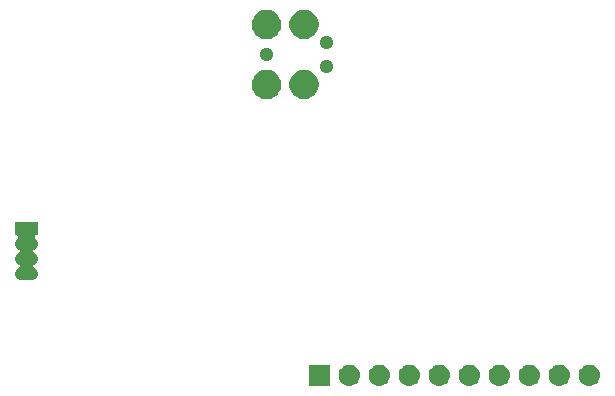
<source format=gbs>
G04 #@! TF.GenerationSoftware,KiCad,Pcbnew,(5.0.2)-1*
G04 #@! TF.CreationDate,2019-02-28T20:38:06-05:00*
G04 #@! TF.ProjectId,CEC01,43454330-312e-46b6-9963-61645f706362,v0.1*
G04 #@! TF.SameCoordinates,Original*
G04 #@! TF.FileFunction,Soldermask,Bot*
G04 #@! TF.FilePolarity,Negative*
%FSLAX46Y46*%
G04 Gerber Fmt 4.6, Leading zero omitted, Abs format (unit mm)*
G04 Created by KiCad (PCBNEW (5.0.2)-1) date 2/28/2019 8:38:06 PM*
%MOMM*%
%LPD*%
G01*
G04 APERTURE LIST*
%ADD10C,0.100000*%
G04 APERTURE END LIST*
D10*
G36*
X135384443Y-82153619D02*
X135450627Y-82160137D01*
X135563853Y-82194484D01*
X135620467Y-82211657D01*
X135759087Y-82285752D01*
X135776991Y-82295322D01*
X135812729Y-82324652D01*
X135914186Y-82407914D01*
X135997448Y-82509371D01*
X136026778Y-82545109D01*
X136026779Y-82545111D01*
X136110443Y-82701633D01*
X136110443Y-82701634D01*
X136161963Y-82871473D01*
X136179359Y-83048100D01*
X136161963Y-83224727D01*
X136127616Y-83337953D01*
X136110443Y-83394567D01*
X136036348Y-83533187D01*
X136026778Y-83551091D01*
X135997448Y-83586829D01*
X135914186Y-83688286D01*
X135812729Y-83771548D01*
X135776991Y-83800878D01*
X135776989Y-83800879D01*
X135620467Y-83884543D01*
X135563853Y-83901716D01*
X135450627Y-83936063D01*
X135384442Y-83942582D01*
X135318260Y-83949100D01*
X135229740Y-83949100D01*
X135163558Y-83942582D01*
X135097373Y-83936063D01*
X134984147Y-83901716D01*
X134927533Y-83884543D01*
X134771011Y-83800879D01*
X134771009Y-83800878D01*
X134735271Y-83771548D01*
X134633814Y-83688286D01*
X134550552Y-83586829D01*
X134521222Y-83551091D01*
X134511652Y-83533187D01*
X134437557Y-83394567D01*
X134420384Y-83337953D01*
X134386037Y-83224727D01*
X134368641Y-83048100D01*
X134386037Y-82871473D01*
X134437557Y-82701634D01*
X134437557Y-82701633D01*
X134521221Y-82545111D01*
X134521222Y-82545109D01*
X134550552Y-82509371D01*
X134633814Y-82407914D01*
X134735271Y-82324652D01*
X134771009Y-82295322D01*
X134788913Y-82285752D01*
X134927533Y-82211657D01*
X134984147Y-82194484D01*
X135097373Y-82160137D01*
X135163557Y-82153619D01*
X135229740Y-82147100D01*
X135318260Y-82147100D01*
X135384443Y-82153619D01*
X135384443Y-82153619D01*
G37*
G36*
X150624443Y-82153619D02*
X150690627Y-82160137D01*
X150803853Y-82194484D01*
X150860467Y-82211657D01*
X150999087Y-82285752D01*
X151016991Y-82295322D01*
X151052729Y-82324652D01*
X151154186Y-82407914D01*
X151237448Y-82509371D01*
X151266778Y-82545109D01*
X151266779Y-82545111D01*
X151350443Y-82701633D01*
X151350443Y-82701634D01*
X151401963Y-82871473D01*
X151419359Y-83048100D01*
X151401963Y-83224727D01*
X151367616Y-83337953D01*
X151350443Y-83394567D01*
X151276348Y-83533187D01*
X151266778Y-83551091D01*
X151237448Y-83586829D01*
X151154186Y-83688286D01*
X151052729Y-83771548D01*
X151016991Y-83800878D01*
X151016989Y-83800879D01*
X150860467Y-83884543D01*
X150803853Y-83901716D01*
X150690627Y-83936063D01*
X150624442Y-83942582D01*
X150558260Y-83949100D01*
X150469740Y-83949100D01*
X150403558Y-83942582D01*
X150337373Y-83936063D01*
X150224147Y-83901716D01*
X150167533Y-83884543D01*
X150011011Y-83800879D01*
X150011009Y-83800878D01*
X149975271Y-83771548D01*
X149873814Y-83688286D01*
X149790552Y-83586829D01*
X149761222Y-83551091D01*
X149751652Y-83533187D01*
X149677557Y-83394567D01*
X149660384Y-83337953D01*
X149626037Y-83224727D01*
X149608641Y-83048100D01*
X149626037Y-82871473D01*
X149677557Y-82701634D01*
X149677557Y-82701633D01*
X149761221Y-82545111D01*
X149761222Y-82545109D01*
X149790552Y-82509371D01*
X149873814Y-82407914D01*
X149975271Y-82324652D01*
X150011009Y-82295322D01*
X150028913Y-82285752D01*
X150167533Y-82211657D01*
X150224147Y-82194484D01*
X150337373Y-82160137D01*
X150403557Y-82153619D01*
X150469740Y-82147100D01*
X150558260Y-82147100D01*
X150624443Y-82153619D01*
X150624443Y-82153619D01*
G37*
G36*
X148084443Y-82153619D02*
X148150627Y-82160137D01*
X148263853Y-82194484D01*
X148320467Y-82211657D01*
X148459087Y-82285752D01*
X148476991Y-82295322D01*
X148512729Y-82324652D01*
X148614186Y-82407914D01*
X148697448Y-82509371D01*
X148726778Y-82545109D01*
X148726779Y-82545111D01*
X148810443Y-82701633D01*
X148810443Y-82701634D01*
X148861963Y-82871473D01*
X148879359Y-83048100D01*
X148861963Y-83224727D01*
X148827616Y-83337953D01*
X148810443Y-83394567D01*
X148736348Y-83533187D01*
X148726778Y-83551091D01*
X148697448Y-83586829D01*
X148614186Y-83688286D01*
X148512729Y-83771548D01*
X148476991Y-83800878D01*
X148476989Y-83800879D01*
X148320467Y-83884543D01*
X148263853Y-83901716D01*
X148150627Y-83936063D01*
X148084442Y-83942582D01*
X148018260Y-83949100D01*
X147929740Y-83949100D01*
X147863558Y-83942582D01*
X147797373Y-83936063D01*
X147684147Y-83901716D01*
X147627533Y-83884543D01*
X147471011Y-83800879D01*
X147471009Y-83800878D01*
X147435271Y-83771548D01*
X147333814Y-83688286D01*
X147250552Y-83586829D01*
X147221222Y-83551091D01*
X147211652Y-83533187D01*
X147137557Y-83394567D01*
X147120384Y-83337953D01*
X147086037Y-83224727D01*
X147068641Y-83048100D01*
X147086037Y-82871473D01*
X147137557Y-82701634D01*
X147137557Y-82701633D01*
X147221221Y-82545111D01*
X147221222Y-82545109D01*
X147250552Y-82509371D01*
X147333814Y-82407914D01*
X147435271Y-82324652D01*
X147471009Y-82295322D01*
X147488913Y-82285752D01*
X147627533Y-82211657D01*
X147684147Y-82194484D01*
X147797373Y-82160137D01*
X147863557Y-82153619D01*
X147929740Y-82147100D01*
X148018260Y-82147100D01*
X148084443Y-82153619D01*
X148084443Y-82153619D01*
G37*
G36*
X145544443Y-82153619D02*
X145610627Y-82160137D01*
X145723853Y-82194484D01*
X145780467Y-82211657D01*
X145919087Y-82285752D01*
X145936991Y-82295322D01*
X145972729Y-82324652D01*
X146074186Y-82407914D01*
X146157448Y-82509371D01*
X146186778Y-82545109D01*
X146186779Y-82545111D01*
X146270443Y-82701633D01*
X146270443Y-82701634D01*
X146321963Y-82871473D01*
X146339359Y-83048100D01*
X146321963Y-83224727D01*
X146287616Y-83337953D01*
X146270443Y-83394567D01*
X146196348Y-83533187D01*
X146186778Y-83551091D01*
X146157448Y-83586829D01*
X146074186Y-83688286D01*
X145972729Y-83771548D01*
X145936991Y-83800878D01*
X145936989Y-83800879D01*
X145780467Y-83884543D01*
X145723853Y-83901716D01*
X145610627Y-83936063D01*
X145544442Y-83942582D01*
X145478260Y-83949100D01*
X145389740Y-83949100D01*
X145323558Y-83942582D01*
X145257373Y-83936063D01*
X145144147Y-83901716D01*
X145087533Y-83884543D01*
X144931011Y-83800879D01*
X144931009Y-83800878D01*
X144895271Y-83771548D01*
X144793814Y-83688286D01*
X144710552Y-83586829D01*
X144681222Y-83551091D01*
X144671652Y-83533187D01*
X144597557Y-83394567D01*
X144580384Y-83337953D01*
X144546037Y-83224727D01*
X144528641Y-83048100D01*
X144546037Y-82871473D01*
X144597557Y-82701634D01*
X144597557Y-82701633D01*
X144681221Y-82545111D01*
X144681222Y-82545109D01*
X144710552Y-82509371D01*
X144793814Y-82407914D01*
X144895271Y-82324652D01*
X144931009Y-82295322D01*
X144948913Y-82285752D01*
X145087533Y-82211657D01*
X145144147Y-82194484D01*
X145257373Y-82160137D01*
X145323557Y-82153619D01*
X145389740Y-82147100D01*
X145478260Y-82147100D01*
X145544443Y-82153619D01*
X145544443Y-82153619D01*
G37*
G36*
X143004443Y-82153619D02*
X143070627Y-82160137D01*
X143183853Y-82194484D01*
X143240467Y-82211657D01*
X143379087Y-82285752D01*
X143396991Y-82295322D01*
X143432729Y-82324652D01*
X143534186Y-82407914D01*
X143617448Y-82509371D01*
X143646778Y-82545109D01*
X143646779Y-82545111D01*
X143730443Y-82701633D01*
X143730443Y-82701634D01*
X143781963Y-82871473D01*
X143799359Y-83048100D01*
X143781963Y-83224727D01*
X143747616Y-83337953D01*
X143730443Y-83394567D01*
X143656348Y-83533187D01*
X143646778Y-83551091D01*
X143617448Y-83586829D01*
X143534186Y-83688286D01*
X143432729Y-83771548D01*
X143396991Y-83800878D01*
X143396989Y-83800879D01*
X143240467Y-83884543D01*
X143183853Y-83901716D01*
X143070627Y-83936063D01*
X143004442Y-83942582D01*
X142938260Y-83949100D01*
X142849740Y-83949100D01*
X142783558Y-83942582D01*
X142717373Y-83936063D01*
X142604147Y-83901716D01*
X142547533Y-83884543D01*
X142391011Y-83800879D01*
X142391009Y-83800878D01*
X142355271Y-83771548D01*
X142253814Y-83688286D01*
X142170552Y-83586829D01*
X142141222Y-83551091D01*
X142131652Y-83533187D01*
X142057557Y-83394567D01*
X142040384Y-83337953D01*
X142006037Y-83224727D01*
X141988641Y-83048100D01*
X142006037Y-82871473D01*
X142057557Y-82701634D01*
X142057557Y-82701633D01*
X142141221Y-82545111D01*
X142141222Y-82545109D01*
X142170552Y-82509371D01*
X142253814Y-82407914D01*
X142355271Y-82324652D01*
X142391009Y-82295322D01*
X142408913Y-82285752D01*
X142547533Y-82211657D01*
X142604147Y-82194484D01*
X142717373Y-82160137D01*
X142783557Y-82153619D01*
X142849740Y-82147100D01*
X142938260Y-82147100D01*
X143004443Y-82153619D01*
X143004443Y-82153619D01*
G37*
G36*
X140464443Y-82153619D02*
X140530627Y-82160137D01*
X140643853Y-82194484D01*
X140700467Y-82211657D01*
X140839087Y-82285752D01*
X140856991Y-82295322D01*
X140892729Y-82324652D01*
X140994186Y-82407914D01*
X141077448Y-82509371D01*
X141106778Y-82545109D01*
X141106779Y-82545111D01*
X141190443Y-82701633D01*
X141190443Y-82701634D01*
X141241963Y-82871473D01*
X141259359Y-83048100D01*
X141241963Y-83224727D01*
X141207616Y-83337953D01*
X141190443Y-83394567D01*
X141116348Y-83533187D01*
X141106778Y-83551091D01*
X141077448Y-83586829D01*
X140994186Y-83688286D01*
X140892729Y-83771548D01*
X140856991Y-83800878D01*
X140856989Y-83800879D01*
X140700467Y-83884543D01*
X140643853Y-83901716D01*
X140530627Y-83936063D01*
X140464442Y-83942582D01*
X140398260Y-83949100D01*
X140309740Y-83949100D01*
X140243558Y-83942582D01*
X140177373Y-83936063D01*
X140064147Y-83901716D01*
X140007533Y-83884543D01*
X139851011Y-83800879D01*
X139851009Y-83800878D01*
X139815271Y-83771548D01*
X139713814Y-83688286D01*
X139630552Y-83586829D01*
X139601222Y-83551091D01*
X139591652Y-83533187D01*
X139517557Y-83394567D01*
X139500384Y-83337953D01*
X139466037Y-83224727D01*
X139448641Y-83048100D01*
X139466037Y-82871473D01*
X139517557Y-82701634D01*
X139517557Y-82701633D01*
X139601221Y-82545111D01*
X139601222Y-82545109D01*
X139630552Y-82509371D01*
X139713814Y-82407914D01*
X139815271Y-82324652D01*
X139851009Y-82295322D01*
X139868913Y-82285752D01*
X140007533Y-82211657D01*
X140064147Y-82194484D01*
X140177373Y-82160137D01*
X140243557Y-82153619D01*
X140309740Y-82147100D01*
X140398260Y-82147100D01*
X140464443Y-82153619D01*
X140464443Y-82153619D01*
G37*
G36*
X137924443Y-82153619D02*
X137990627Y-82160137D01*
X138103853Y-82194484D01*
X138160467Y-82211657D01*
X138299087Y-82285752D01*
X138316991Y-82295322D01*
X138352729Y-82324652D01*
X138454186Y-82407914D01*
X138537448Y-82509371D01*
X138566778Y-82545109D01*
X138566779Y-82545111D01*
X138650443Y-82701633D01*
X138650443Y-82701634D01*
X138701963Y-82871473D01*
X138719359Y-83048100D01*
X138701963Y-83224727D01*
X138667616Y-83337953D01*
X138650443Y-83394567D01*
X138576348Y-83533187D01*
X138566778Y-83551091D01*
X138537448Y-83586829D01*
X138454186Y-83688286D01*
X138352729Y-83771548D01*
X138316991Y-83800878D01*
X138316989Y-83800879D01*
X138160467Y-83884543D01*
X138103853Y-83901716D01*
X137990627Y-83936063D01*
X137924442Y-83942582D01*
X137858260Y-83949100D01*
X137769740Y-83949100D01*
X137703558Y-83942582D01*
X137637373Y-83936063D01*
X137524147Y-83901716D01*
X137467533Y-83884543D01*
X137311011Y-83800879D01*
X137311009Y-83800878D01*
X137275271Y-83771548D01*
X137173814Y-83688286D01*
X137090552Y-83586829D01*
X137061222Y-83551091D01*
X137051652Y-83533187D01*
X136977557Y-83394567D01*
X136960384Y-83337953D01*
X136926037Y-83224727D01*
X136908641Y-83048100D01*
X136926037Y-82871473D01*
X136977557Y-82701634D01*
X136977557Y-82701633D01*
X137061221Y-82545111D01*
X137061222Y-82545109D01*
X137090552Y-82509371D01*
X137173814Y-82407914D01*
X137275271Y-82324652D01*
X137311009Y-82295322D01*
X137328913Y-82285752D01*
X137467533Y-82211657D01*
X137524147Y-82194484D01*
X137637373Y-82160137D01*
X137703557Y-82153619D01*
X137769740Y-82147100D01*
X137858260Y-82147100D01*
X137924443Y-82153619D01*
X137924443Y-82153619D01*
G37*
G36*
X155704443Y-82153619D02*
X155770627Y-82160137D01*
X155883853Y-82194484D01*
X155940467Y-82211657D01*
X156079087Y-82285752D01*
X156096991Y-82295322D01*
X156132729Y-82324652D01*
X156234186Y-82407914D01*
X156317448Y-82509371D01*
X156346778Y-82545109D01*
X156346779Y-82545111D01*
X156430443Y-82701633D01*
X156430443Y-82701634D01*
X156481963Y-82871473D01*
X156499359Y-83048100D01*
X156481963Y-83224727D01*
X156447616Y-83337953D01*
X156430443Y-83394567D01*
X156356348Y-83533187D01*
X156346778Y-83551091D01*
X156317448Y-83586829D01*
X156234186Y-83688286D01*
X156132729Y-83771548D01*
X156096991Y-83800878D01*
X156096989Y-83800879D01*
X155940467Y-83884543D01*
X155883853Y-83901716D01*
X155770627Y-83936063D01*
X155704442Y-83942582D01*
X155638260Y-83949100D01*
X155549740Y-83949100D01*
X155483558Y-83942582D01*
X155417373Y-83936063D01*
X155304147Y-83901716D01*
X155247533Y-83884543D01*
X155091011Y-83800879D01*
X155091009Y-83800878D01*
X155055271Y-83771548D01*
X154953814Y-83688286D01*
X154870552Y-83586829D01*
X154841222Y-83551091D01*
X154831652Y-83533187D01*
X154757557Y-83394567D01*
X154740384Y-83337953D01*
X154706037Y-83224727D01*
X154688641Y-83048100D01*
X154706037Y-82871473D01*
X154757557Y-82701634D01*
X154757557Y-82701633D01*
X154841221Y-82545111D01*
X154841222Y-82545109D01*
X154870552Y-82509371D01*
X154953814Y-82407914D01*
X155055271Y-82324652D01*
X155091009Y-82295322D01*
X155108913Y-82285752D01*
X155247533Y-82211657D01*
X155304147Y-82194484D01*
X155417373Y-82160137D01*
X155483557Y-82153619D01*
X155549740Y-82147100D01*
X155638260Y-82147100D01*
X155704443Y-82153619D01*
X155704443Y-82153619D01*
G37*
G36*
X133635000Y-83949100D02*
X131833000Y-83949100D01*
X131833000Y-82147100D01*
X133635000Y-82147100D01*
X133635000Y-83949100D01*
X133635000Y-83949100D01*
G37*
G36*
X153164443Y-82153619D02*
X153230627Y-82160137D01*
X153343853Y-82194484D01*
X153400467Y-82211657D01*
X153539087Y-82285752D01*
X153556991Y-82295322D01*
X153592729Y-82324652D01*
X153694186Y-82407914D01*
X153777448Y-82509371D01*
X153806778Y-82545109D01*
X153806779Y-82545111D01*
X153890443Y-82701633D01*
X153890443Y-82701634D01*
X153941963Y-82871473D01*
X153959359Y-83048100D01*
X153941963Y-83224727D01*
X153907616Y-83337953D01*
X153890443Y-83394567D01*
X153816348Y-83533187D01*
X153806778Y-83551091D01*
X153777448Y-83586829D01*
X153694186Y-83688286D01*
X153592729Y-83771548D01*
X153556991Y-83800878D01*
X153556989Y-83800879D01*
X153400467Y-83884543D01*
X153343853Y-83901716D01*
X153230627Y-83936063D01*
X153164442Y-83942582D01*
X153098260Y-83949100D01*
X153009740Y-83949100D01*
X152943558Y-83942582D01*
X152877373Y-83936063D01*
X152764147Y-83901716D01*
X152707533Y-83884543D01*
X152551011Y-83800879D01*
X152551009Y-83800878D01*
X152515271Y-83771548D01*
X152413814Y-83688286D01*
X152330552Y-83586829D01*
X152301222Y-83551091D01*
X152291652Y-83533187D01*
X152217557Y-83394567D01*
X152200384Y-83337953D01*
X152166037Y-83224727D01*
X152148641Y-83048100D01*
X152166037Y-82871473D01*
X152217557Y-82701634D01*
X152217557Y-82701633D01*
X152301221Y-82545111D01*
X152301222Y-82545109D01*
X152330552Y-82509371D01*
X152413814Y-82407914D01*
X152515271Y-82324652D01*
X152551009Y-82295322D01*
X152568913Y-82285752D01*
X152707533Y-82211657D01*
X152764147Y-82194484D01*
X152877373Y-82160137D01*
X152943557Y-82153619D01*
X153009740Y-82147100D01*
X153098260Y-82147100D01*
X153164443Y-82153619D01*
X153164443Y-82153619D01*
G37*
G36*
X108901000Y-71198000D02*
X108754612Y-71198000D01*
X108730226Y-71200402D01*
X108706777Y-71207515D01*
X108685166Y-71219066D01*
X108666224Y-71234612D01*
X108650678Y-71253554D01*
X108639127Y-71275165D01*
X108632014Y-71298614D01*
X108629612Y-71323000D01*
X108632014Y-71347386D01*
X108639127Y-71370835D01*
X108650678Y-71392446D01*
X108675312Y-71419626D01*
X108731369Y-71465631D01*
X108804600Y-71554863D01*
X108859013Y-71656662D01*
X108892521Y-71767123D01*
X108903835Y-71882000D01*
X108892521Y-71996877D01*
X108859013Y-72107338D01*
X108804600Y-72209137D01*
X108731369Y-72298369D01*
X108642137Y-72371600D01*
X108576357Y-72406760D01*
X108555982Y-72420373D01*
X108538655Y-72437700D01*
X108525041Y-72458075D01*
X108515664Y-72480714D01*
X108510883Y-72504747D01*
X108510883Y-72529252D01*
X108515663Y-72553285D01*
X108525041Y-72575924D01*
X108538654Y-72596299D01*
X108555981Y-72613626D01*
X108576357Y-72627240D01*
X108642137Y-72662400D01*
X108731369Y-72735631D01*
X108804600Y-72824863D01*
X108859013Y-72926662D01*
X108892521Y-73037123D01*
X108903835Y-73152000D01*
X108892521Y-73266877D01*
X108859013Y-73377338D01*
X108804600Y-73479137D01*
X108731369Y-73568369D01*
X108642137Y-73641600D01*
X108576357Y-73676760D01*
X108555982Y-73690373D01*
X108538655Y-73707700D01*
X108525041Y-73728075D01*
X108515664Y-73750714D01*
X108510883Y-73774747D01*
X108510883Y-73799252D01*
X108515663Y-73823285D01*
X108525041Y-73845924D01*
X108538654Y-73866299D01*
X108555981Y-73883626D01*
X108576357Y-73897240D01*
X108642137Y-73932400D01*
X108731369Y-74005631D01*
X108804600Y-74094863D01*
X108859013Y-74196662D01*
X108892521Y-74307123D01*
X108903835Y-74422000D01*
X108892521Y-74536877D01*
X108859013Y-74647338D01*
X108804600Y-74749137D01*
X108731369Y-74838369D01*
X108642137Y-74911600D01*
X108540338Y-74966013D01*
X108429877Y-74999521D01*
X108343786Y-75008000D01*
X107556214Y-75008000D01*
X107470123Y-74999521D01*
X107359662Y-74966013D01*
X107257863Y-74911600D01*
X107168631Y-74838369D01*
X107095400Y-74749137D01*
X107040987Y-74647338D01*
X107007479Y-74536877D01*
X106996165Y-74422000D01*
X107007479Y-74307123D01*
X107040987Y-74196662D01*
X107095400Y-74094863D01*
X107168631Y-74005631D01*
X107257863Y-73932400D01*
X107323643Y-73897240D01*
X107344018Y-73883627D01*
X107361345Y-73866300D01*
X107374959Y-73845925D01*
X107384336Y-73823286D01*
X107389117Y-73799253D01*
X107389117Y-73774748D01*
X107384337Y-73750715D01*
X107374959Y-73728076D01*
X107361346Y-73707701D01*
X107344019Y-73690374D01*
X107323643Y-73676760D01*
X107257863Y-73641600D01*
X107168631Y-73568369D01*
X107095400Y-73479137D01*
X107040987Y-73377338D01*
X107007479Y-73266877D01*
X106996165Y-73152000D01*
X107007479Y-73037123D01*
X107040987Y-72926662D01*
X107095400Y-72824863D01*
X107168631Y-72735631D01*
X107257863Y-72662400D01*
X107323643Y-72627240D01*
X107344018Y-72613627D01*
X107361345Y-72596300D01*
X107374959Y-72575925D01*
X107384336Y-72553286D01*
X107389117Y-72529253D01*
X107389117Y-72504748D01*
X107384337Y-72480715D01*
X107374959Y-72458076D01*
X107361346Y-72437701D01*
X107344019Y-72420374D01*
X107323643Y-72406760D01*
X107257863Y-72371600D01*
X107168631Y-72298369D01*
X107095400Y-72209137D01*
X107040987Y-72107338D01*
X107007479Y-71996877D01*
X106996165Y-71882000D01*
X107007479Y-71767123D01*
X107040987Y-71656662D01*
X107095400Y-71554863D01*
X107168631Y-71465631D01*
X107224688Y-71419626D01*
X107242015Y-71402299D01*
X107255628Y-71381924D01*
X107265006Y-71359285D01*
X107269786Y-71335251D01*
X107269786Y-71310747D01*
X107265005Y-71286714D01*
X107255628Y-71264075D01*
X107242014Y-71243700D01*
X107224687Y-71226373D01*
X107204312Y-71212760D01*
X107181673Y-71203382D01*
X107145388Y-71198000D01*
X106999000Y-71198000D01*
X106999000Y-70026000D01*
X108901000Y-70026000D01*
X108901000Y-71198000D01*
X108901000Y-71198000D01*
G37*
G36*
X128631242Y-57229143D02*
X128856625Y-57322499D01*
X129059469Y-57458035D01*
X129231965Y-57630531D01*
X129367501Y-57833375D01*
X129460857Y-58058758D01*
X129508450Y-58298022D01*
X129508450Y-58541978D01*
X129460857Y-58781242D01*
X129367501Y-59006625D01*
X129231965Y-59209469D01*
X129059469Y-59381965D01*
X128856625Y-59517501D01*
X128631242Y-59610857D01*
X128391978Y-59658450D01*
X128148022Y-59658450D01*
X127908758Y-59610857D01*
X127683375Y-59517501D01*
X127480531Y-59381965D01*
X127308035Y-59209469D01*
X127172499Y-59006625D01*
X127079143Y-58781242D01*
X127031550Y-58541978D01*
X127031550Y-58298022D01*
X127079143Y-58058758D01*
X127172499Y-57833375D01*
X127308035Y-57630531D01*
X127480531Y-57458035D01*
X127683375Y-57322499D01*
X127908758Y-57229143D01*
X128148022Y-57181550D01*
X128391978Y-57181550D01*
X128631242Y-57229143D01*
X128631242Y-57229143D01*
G37*
G36*
X131806242Y-57229143D02*
X132031625Y-57322499D01*
X132234469Y-57458035D01*
X132406965Y-57630531D01*
X132542501Y-57833375D01*
X132635857Y-58058758D01*
X132683450Y-58298022D01*
X132683450Y-58541978D01*
X132635857Y-58781242D01*
X132542501Y-59006625D01*
X132406965Y-59209469D01*
X132234469Y-59381965D01*
X132031625Y-59517501D01*
X131806242Y-59610857D01*
X131566978Y-59658450D01*
X131323022Y-59658450D01*
X131083758Y-59610857D01*
X130858375Y-59517501D01*
X130655531Y-59381965D01*
X130483035Y-59209469D01*
X130347499Y-59006625D01*
X130254143Y-58781242D01*
X130206550Y-58541978D01*
X130206550Y-58298022D01*
X130254143Y-58058758D01*
X130347499Y-57833375D01*
X130483035Y-57630531D01*
X130655531Y-57458035D01*
X130858375Y-57322499D01*
X131083758Y-57229143D01*
X131323022Y-57181550D01*
X131566978Y-57181550D01*
X131806242Y-57229143D01*
X131806242Y-57229143D01*
G37*
G36*
X133509350Y-56370694D02*
X133608770Y-56411875D01*
X133698249Y-56471663D01*
X133774337Y-56547751D01*
X133834125Y-56637230D01*
X133875306Y-56736650D01*
X133896300Y-56842194D01*
X133896300Y-56949806D01*
X133875306Y-57055350D01*
X133834125Y-57154770D01*
X133774337Y-57244249D01*
X133698249Y-57320337D01*
X133608770Y-57380125D01*
X133509350Y-57421306D01*
X133403806Y-57442300D01*
X133296194Y-57442300D01*
X133190650Y-57421306D01*
X133091230Y-57380125D01*
X133001751Y-57320337D01*
X132925663Y-57244249D01*
X132865875Y-57154770D01*
X132824694Y-57055350D01*
X132803700Y-56949806D01*
X132803700Y-56842194D01*
X132824694Y-56736650D01*
X132865875Y-56637230D01*
X132925663Y-56547751D01*
X133001751Y-56471663D01*
X133091230Y-56411875D01*
X133190650Y-56370694D01*
X133296194Y-56349700D01*
X133403806Y-56349700D01*
X133509350Y-56370694D01*
X133509350Y-56370694D01*
G37*
G36*
X128429350Y-55354694D02*
X128528770Y-55395875D01*
X128618249Y-55455663D01*
X128694337Y-55531751D01*
X128754125Y-55621230D01*
X128795306Y-55720650D01*
X128816300Y-55826194D01*
X128816300Y-55933806D01*
X128795306Y-56039350D01*
X128754125Y-56138770D01*
X128694337Y-56228249D01*
X128618249Y-56304337D01*
X128528770Y-56364125D01*
X128429350Y-56405306D01*
X128323806Y-56426300D01*
X128216194Y-56426300D01*
X128110650Y-56405306D01*
X128011230Y-56364125D01*
X127921751Y-56304337D01*
X127845663Y-56228249D01*
X127785875Y-56138770D01*
X127744694Y-56039350D01*
X127723700Y-55933806D01*
X127723700Y-55826194D01*
X127744694Y-55720650D01*
X127785875Y-55621230D01*
X127845663Y-55531751D01*
X127921751Y-55455663D01*
X128011230Y-55395875D01*
X128110650Y-55354694D01*
X128216194Y-55333700D01*
X128323806Y-55333700D01*
X128429350Y-55354694D01*
X128429350Y-55354694D01*
G37*
G36*
X133509350Y-54338694D02*
X133608770Y-54379875D01*
X133698249Y-54439663D01*
X133774337Y-54515751D01*
X133834125Y-54605230D01*
X133875306Y-54704650D01*
X133896300Y-54810194D01*
X133896300Y-54917806D01*
X133875306Y-55023350D01*
X133834125Y-55122770D01*
X133774337Y-55212249D01*
X133698249Y-55288337D01*
X133608770Y-55348125D01*
X133509350Y-55389306D01*
X133403806Y-55410300D01*
X133296194Y-55410300D01*
X133190650Y-55389306D01*
X133091230Y-55348125D01*
X133001751Y-55288337D01*
X132925663Y-55212249D01*
X132865875Y-55122770D01*
X132824694Y-55023350D01*
X132803700Y-54917806D01*
X132803700Y-54810194D01*
X132824694Y-54704650D01*
X132865875Y-54605230D01*
X132925663Y-54515751D01*
X133001751Y-54439663D01*
X133091230Y-54379875D01*
X133190650Y-54338694D01*
X133296194Y-54317700D01*
X133403806Y-54317700D01*
X133509350Y-54338694D01*
X133509350Y-54338694D01*
G37*
G36*
X128631242Y-52149143D02*
X128856625Y-52242499D01*
X129059469Y-52378035D01*
X129231965Y-52550531D01*
X129367501Y-52753375D01*
X129460857Y-52978758D01*
X129508450Y-53218022D01*
X129508450Y-53461978D01*
X129460857Y-53701242D01*
X129367501Y-53926625D01*
X129231965Y-54129469D01*
X129059469Y-54301965D01*
X128856625Y-54437501D01*
X128631242Y-54530857D01*
X128391978Y-54578450D01*
X128148022Y-54578450D01*
X127908758Y-54530857D01*
X127683375Y-54437501D01*
X127480531Y-54301965D01*
X127308035Y-54129469D01*
X127172499Y-53926625D01*
X127079143Y-53701242D01*
X127031550Y-53461978D01*
X127031550Y-53218022D01*
X127079143Y-52978758D01*
X127172499Y-52753375D01*
X127308035Y-52550531D01*
X127480531Y-52378035D01*
X127683375Y-52242499D01*
X127908758Y-52149143D01*
X128148022Y-52101550D01*
X128391978Y-52101550D01*
X128631242Y-52149143D01*
X128631242Y-52149143D01*
G37*
G36*
X131806242Y-52149143D02*
X132031625Y-52242499D01*
X132234469Y-52378035D01*
X132406965Y-52550531D01*
X132542501Y-52753375D01*
X132635857Y-52978758D01*
X132683450Y-53218022D01*
X132683450Y-53461978D01*
X132635857Y-53701242D01*
X132542501Y-53926625D01*
X132406965Y-54129469D01*
X132234469Y-54301965D01*
X132031625Y-54437501D01*
X131806242Y-54530857D01*
X131566978Y-54578450D01*
X131323022Y-54578450D01*
X131083758Y-54530857D01*
X130858375Y-54437501D01*
X130655531Y-54301965D01*
X130483035Y-54129469D01*
X130347499Y-53926625D01*
X130254143Y-53701242D01*
X130206550Y-53461978D01*
X130206550Y-53218022D01*
X130254143Y-52978758D01*
X130347499Y-52753375D01*
X130483035Y-52550531D01*
X130655531Y-52378035D01*
X130858375Y-52242499D01*
X131083758Y-52149143D01*
X131323022Y-52101550D01*
X131566978Y-52101550D01*
X131806242Y-52149143D01*
X131806242Y-52149143D01*
G37*
M02*

</source>
